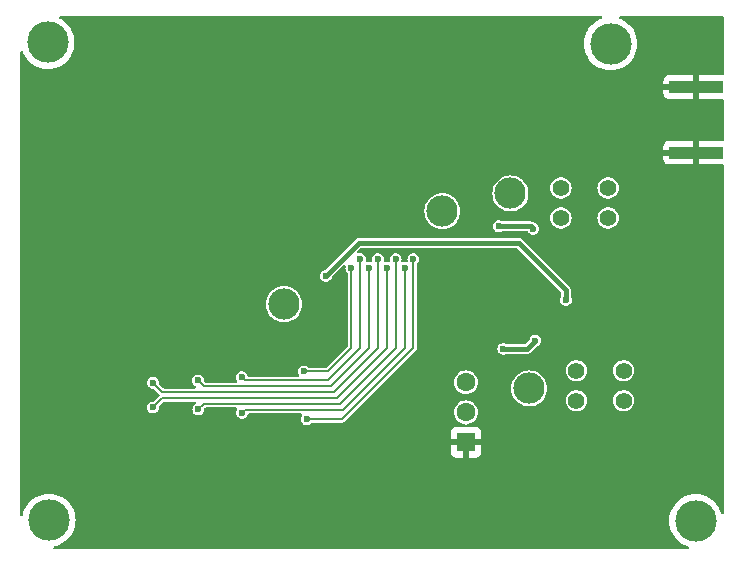
<source format=gbr>
%TF.GenerationSoftware,KiCad,Pcbnew,8.0.5*%
%TF.CreationDate,2025-05-06T08:26:28+02:00*%
%TF.ProjectId,ZED_F9P_minimal,5a45445f-4639-4505-9f6d-696e696d616c,rev?*%
%TF.SameCoordinates,Original*%
%TF.FileFunction,Copper,L2,Bot*%
%TF.FilePolarity,Positive*%
%FSLAX46Y46*%
G04 Gerber Fmt 4.6, Leading zero omitted, Abs format (unit mm)*
G04 Created by KiCad (PCBNEW 8.0.5) date 2025-05-06 08:26:28*
%MOMM*%
%LPD*%
G01*
G04 APERTURE LIST*
%TA.AperFunction,ComponentPad*%
%ADD10C,2.641600*%
%TD*%
%TA.AperFunction,ComponentPad*%
%ADD11C,1.397000*%
%TD*%
%TA.AperFunction,SMDPad,CuDef*%
%ADD12R,4.560000X1.000000*%
%TD*%
%TA.AperFunction,ComponentPad*%
%ADD13C,3.500000*%
%TD*%
%TA.AperFunction,ComponentPad*%
%ADD14R,1.599999X1.599999*%
%TD*%
%TA.AperFunction,ComponentPad*%
%ADD15C,1.599999*%
%TD*%
%TA.AperFunction,ViaPad*%
%ADD16C,0.600000*%
%TD*%
%TA.AperFunction,Conductor*%
%ADD17C,0.400000*%
%TD*%
%TA.AperFunction,Conductor*%
%ADD18C,0.200000*%
%TD*%
G04 APERTURE END LIST*
D10*
%TO.P,TP4,1,1*%
%TO.N,/3v3_puce*%
X42550000Y-43050000D03*
%TD*%
D11*
%TO.P,JP1,1,A*%
%TO.N,/3V3-IN*%
X67300000Y-51225000D03*
%TO.P,JP1,2,B*%
%TO.N,/jumper_3V_out*%
X67300000Y-48685000D03*
%TD*%
D12*
%TO.P,SMA1,SH3*%
%TO.N,GND*%
X77450000Y-24685000D03*
%TO.P,SMA1,SH4*%
X77450000Y-30225000D03*
%TD*%
D13*
%TO.P,REF,*%
%TO.N,*%
X77400000Y-61400000D03*
%TD*%
D11*
%TO.P,JP4,1,A*%
%TO.N,/5V-jumper*%
X69988850Y-33213849D03*
%TO.P,JP4,2,B*%
%TO.N,/jumper_5V_out*%
X69988850Y-35753849D03*
%TD*%
D10*
%TO.P,TP5,1,1*%
%TO.N,/5V-IN*%
X61718850Y-33677650D03*
%TD*%
D13*
%TO.P,REF,*%
%TO.N,*%
X22550000Y-20900000D03*
%TD*%
%TO.P,REF,*%
%TO.N,*%
X22650000Y-61350000D03*
%TD*%
D10*
%TO.P,TP2,1,1*%
%TO.N,/3V3-IN*%
X63300000Y-50188800D03*
%TD*%
D11*
%TO.P,JP2,1,A*%
%TO.N,/3V3-jumper*%
X71300000Y-51225000D03*
%TO.P,JP2,2,B*%
%TO.N,/jumper_3V_out*%
X71300000Y-48685000D03*
%TD*%
%TO.P,JP3,1,A*%
%TO.N,/5V-IN*%
X65988850Y-33213849D03*
%TO.P,JP3,2,B*%
%TO.N,/jumper_5V_out*%
X65988850Y-35753849D03*
%TD*%
D10*
%TO.P,TP3,1,1*%
%TO.N,/5v_antenne*%
X55950000Y-35177650D03*
%TD*%
D14*
%TO.P,LM1086IT-ADJ_NOPB1,1,GND*%
%TO.N,GND*%
X57950000Y-54740000D03*
D15*
%TO.P,LM1086IT-ADJ_NOPB1,2,OUTPUT*%
%TO.N,/pt div*%
X57950000Y-52200000D03*
%TO.P,LM1086IT-ADJ_NOPB1,3,INPUT*%
%TO.N,/12V*%
X57950000Y-49660000D03*
%TD*%
D13*
%TO.P,REF,*%
%TO.N,*%
X70200000Y-21000000D03*
%TD*%
D16*
%TO.N,/3v3_puce*%
X46085000Y-40665000D03*
X66415000Y-42700000D03*
%TO.N,GND*%
X59500000Y-47300000D03*
X74700000Y-40675000D03*
X39725000Y-56575000D03*
X49300000Y-61900000D03*
X77600000Y-28700000D03*
X60500000Y-42225000D03*
X72350000Y-26300000D03*
X77840000Y-24700000D03*
X50900000Y-56575000D03*
X52500000Y-60100000D03*
X44800000Y-47700000D03*
X57300000Y-58375000D03*
X60000000Y-37150000D03*
X42925000Y-56575000D03*
X53900000Y-23850000D03*
X77840000Y-30240000D03*
X45900000Y-42350000D03*
X31700000Y-60100000D03*
X42100000Y-20550000D03*
X54400000Y-51785000D03*
X59375000Y-34425000D03*
X54100000Y-58375000D03*
X67892198Y-46632961D03*
X41600000Y-21050000D03*
X60500000Y-59025000D03*
X54650000Y-32050000D03*
X42900000Y-60100000D03*
X66100000Y-52275000D03*
X55700000Y-58375000D03*
X68600000Y-26300000D03*
X49300000Y-60100000D03*
X23100000Y-29950000D03*
X44525000Y-56575000D03*
X41300000Y-58400000D03*
X72650000Y-45275000D03*
X57375000Y-36600000D03*
X30100000Y-57700000D03*
X47350000Y-41800000D03*
X43925000Y-19525000D03*
X34900000Y-60100000D03*
X52500000Y-58400000D03*
X50400000Y-26150000D03*
X54100000Y-56550000D03*
X46925000Y-19525000D03*
X61550000Y-37150000D03*
X58850000Y-46250000D03*
X56050000Y-47250000D03*
X48425000Y-19525000D03*
X44675000Y-22000000D03*
X46925000Y-22000000D03*
X76100000Y-28700000D03*
X47721324Y-53750000D03*
X31700000Y-60100000D03*
X58975000Y-31775000D03*
X64100000Y-26300000D03*
X74700000Y-36075000D03*
X58900000Y-58075000D03*
X67800000Y-43150000D03*
X57875000Y-48055000D03*
X57400000Y-24000000D03*
X53800000Y-47700000D03*
X44500000Y-61900000D03*
X73850000Y-28700000D03*
X72650000Y-40675000D03*
X25800000Y-56400000D03*
X27750000Y-56475000D03*
X62200000Y-57375000D03*
X51425000Y-19525000D03*
X63800000Y-58425000D03*
X56270000Y-49805000D03*
X57375000Y-33725000D03*
X54150000Y-20750000D03*
X46175000Y-19525000D03*
X52550000Y-28450000D03*
X44700000Y-40700000D03*
X26325000Y-59175000D03*
X58900000Y-61875000D03*
X57300000Y-60075000D03*
X36500000Y-60100000D03*
X73725000Y-33075000D03*
X68350000Y-52225000D03*
X30100000Y-56275000D03*
X56610000Y-48505000D03*
X74225000Y-53475000D03*
X78590000Y-30240000D03*
X22000000Y-32250000D03*
X52175000Y-19525000D03*
X64875000Y-32200000D03*
X71600000Y-26300000D03*
X55610000Y-52945000D03*
X55500000Y-25450000D03*
X63125000Y-37475000D03*
X65600000Y-26300000D03*
X45425000Y-19525000D03*
X25800000Y-57825000D03*
X47350000Y-42800000D03*
X66200000Y-49875000D03*
X47350000Y-43850000D03*
X54700000Y-21300000D03*
X54525000Y-36600000D03*
X72350000Y-28700000D03*
X54100000Y-58375000D03*
X75590000Y-24700000D03*
X62200000Y-60075000D03*
X76340000Y-24700000D03*
X44900000Y-53900000D03*
X72650000Y-47625000D03*
X46100000Y-56575000D03*
X74700000Y-42975000D03*
X58500000Y-25100000D03*
X61100000Y-26300000D03*
X60350000Y-26300000D03*
X60725000Y-38750000D03*
X53000000Y-19650000D03*
X73225000Y-54450000D03*
X39200000Y-42150000D03*
X42900000Y-58400000D03*
X61850000Y-26300000D03*
X46275000Y-22975000D03*
X55800000Y-22400000D03*
X69600000Y-54025000D03*
X65350000Y-54225000D03*
X41050000Y-21550000D03*
X67100000Y-26300000D03*
X58500000Y-28550000D03*
X45200000Y-43100000D03*
X71375000Y-53300000D03*
X74700000Y-49875000D03*
X59500000Y-52725000D03*
X67750000Y-41500000D03*
X59600000Y-26200000D03*
X40200000Y-42150000D03*
X72650000Y-52175000D03*
X55700000Y-60075000D03*
X42650000Y-20000000D03*
X31700000Y-58400000D03*
X55700000Y-56550000D03*
X44675000Y-19525000D03*
X43975000Y-41625000D03*
X56600000Y-26550000D03*
X51600000Y-30940000D03*
X70850000Y-26300000D03*
X50900000Y-61900000D03*
X55050000Y-40050000D03*
X59525000Y-49675000D03*
X72650000Y-49875000D03*
X64850000Y-26300000D03*
X30100000Y-61900000D03*
X28675000Y-61525000D03*
X79340000Y-24700000D03*
X57825000Y-30550000D03*
X64750000Y-51625000D03*
X40150000Y-43900000D03*
X46100000Y-61900000D03*
X27100000Y-39000000D03*
X34200000Y-41500000D03*
X73100000Y-26300000D03*
X78350000Y-28700000D03*
X64100000Y-28700000D03*
X47900000Y-28850000D03*
X70200000Y-49875000D03*
X43175000Y-19500000D03*
X47675000Y-22000000D03*
X27525000Y-60375000D03*
X51425000Y-22000000D03*
X73850000Y-26300000D03*
X56300000Y-22950000D03*
X71050000Y-34475000D03*
X69100000Y-41500000D03*
X38100000Y-60100000D03*
X63175000Y-35125000D03*
X73100000Y-28700000D03*
X49300000Y-28900000D03*
X34900000Y-61900000D03*
X54575000Y-33750000D03*
X70275000Y-41500000D03*
X22050000Y-34900000D03*
X74700000Y-47575000D03*
X60275000Y-32225000D03*
X47350000Y-40800000D03*
X54622429Y-28943753D03*
X41300000Y-60100000D03*
X49000000Y-26150000D03*
X56850000Y-23450000D03*
X55000000Y-24900000D03*
X71125000Y-32225000D03*
X26878964Y-22995703D03*
X60500000Y-61875000D03*
X65600000Y-28700000D03*
X49900000Y-30900000D03*
X36500000Y-58400000D03*
X46175000Y-22000000D03*
X78590000Y-24700000D03*
X72650000Y-38375000D03*
X59400000Y-33025000D03*
X52500000Y-58400000D03*
X63350000Y-28700000D03*
X33300000Y-58400000D03*
X55700000Y-58375000D03*
X52500000Y-56600000D03*
X65225000Y-44850000D03*
X45400000Y-40000000D03*
X48050000Y-30920000D03*
X71600000Y-28700000D03*
X33300000Y-60100000D03*
X61850000Y-48725000D03*
X46350000Y-53900000D03*
X77090000Y-24700000D03*
X63800000Y-55775000D03*
X67050000Y-32175000D03*
X53050000Y-26200000D03*
X70100000Y-28700000D03*
X54100000Y-61875000D03*
X39700000Y-60100000D03*
X50900000Y-60100000D03*
X41150000Y-41625000D03*
X46850000Y-46700000D03*
X73850000Y-26300000D03*
X71700000Y-55875000D03*
X54300000Y-27350000D03*
X49175000Y-22000000D03*
X74700000Y-45275000D03*
X25700000Y-39075000D03*
X47700000Y-58400000D03*
X60350000Y-28700000D03*
X70850000Y-28700000D03*
X57600000Y-46800000D03*
X51650000Y-27250000D03*
X31700000Y-58400000D03*
X57300000Y-58375000D03*
X64800000Y-48725000D03*
X55200000Y-42550000D03*
X67850000Y-26300000D03*
X52500000Y-61900000D03*
X68600000Y-28700000D03*
X35250000Y-43250000D03*
X68350000Y-49875000D03*
X64875000Y-36750000D03*
X75350000Y-26300000D03*
X46325000Y-38850000D03*
X57950000Y-24550000D03*
X30100000Y-61900000D03*
X67000000Y-34475000D03*
X31700000Y-61900000D03*
X69075000Y-43150000D03*
X63700000Y-53175000D03*
X46650000Y-41600000D03*
X41300000Y-61900000D03*
X65160000Y-39265000D03*
X41100000Y-44450000D03*
X75350000Y-28700000D03*
X63350000Y-26300000D03*
X48900000Y-52650000D03*
X37150000Y-43900000D03*
X36500000Y-61900000D03*
X36450000Y-40250000D03*
X52950000Y-48650000D03*
X47350000Y-44800000D03*
X56050000Y-26000000D03*
X57950000Y-28000000D03*
X50675000Y-22000000D03*
X78350000Y-26300000D03*
X70100000Y-26300000D03*
X42900000Y-61900000D03*
X60275000Y-35125000D03*
X44000000Y-44475000D03*
X56790000Y-50945000D03*
X60500000Y-56475000D03*
X36150000Y-43900000D03*
X74700000Y-34500000D03*
X74600000Y-26300000D03*
X46100000Y-60100000D03*
X54450000Y-24400000D03*
X65275000Y-43350000D03*
X47900000Y-24500000D03*
X59050000Y-25650000D03*
X60200000Y-46250000D03*
X67850000Y-28700000D03*
X28850000Y-59100000D03*
X45425000Y-22000000D03*
X48425000Y-22000000D03*
X64570000Y-41295000D03*
X66350000Y-28700000D03*
X64180000Y-38415000D03*
X49300000Y-58400000D03*
X51750000Y-24900000D03*
X47700000Y-56575000D03*
X30100000Y-60100000D03*
X69350000Y-28700000D03*
X76340000Y-30240000D03*
X50675000Y-19525000D03*
X44050000Y-54750000D03*
X72650000Y-42975000D03*
X58500000Y-36775000D03*
X49925000Y-19525000D03*
X62600000Y-26300000D03*
X34250000Y-43250000D03*
X65600000Y-28700000D03*
X76850000Y-28700000D03*
X49300000Y-56575000D03*
X47750000Y-26150000D03*
X49925000Y-22000000D03*
X47350000Y-45800000D03*
X69600000Y-55875000D03*
X39700000Y-58400000D03*
X67425000Y-55875000D03*
X58900000Y-60075000D03*
X64850000Y-28700000D03*
X60750000Y-40375000D03*
X68800000Y-32175000D03*
X63690000Y-42175000D03*
X69350000Y-26300000D03*
X47700000Y-61900000D03*
X47675000Y-19525000D03*
X54210000Y-50155000D03*
X65350000Y-56725000D03*
X44500000Y-60100000D03*
X33300000Y-61900000D03*
X64875000Y-34475000D03*
X57650000Y-42450000D03*
X54644614Y-30430194D03*
X68560000Y-38105000D03*
X57300000Y-61875000D03*
X34850000Y-40250000D03*
X74700000Y-38375000D03*
X77090000Y-30240000D03*
X54250000Y-38566500D03*
X62600000Y-28700000D03*
X53550000Y-20250000D03*
X76850000Y-26300000D03*
X22150000Y-37100000D03*
X66200000Y-47725000D03*
X79340000Y-30240000D03*
X27750000Y-57900000D03*
X39150000Y-43900000D03*
X71100000Y-36775000D03*
X59200000Y-48450000D03*
X72450000Y-32250000D03*
X44900000Y-22975000D03*
X51900000Y-49700000D03*
X77600000Y-26300000D03*
X55700000Y-61875000D03*
X53350000Y-23300000D03*
X38100000Y-61900000D03*
X55250000Y-21850000D03*
X46100000Y-58400000D03*
X50900000Y-58400000D03*
X74700000Y-52175000D03*
X67100000Y-28700000D03*
X75590000Y-30240000D03*
X50950000Y-28900000D03*
X47850000Y-27550000D03*
X54100000Y-60075000D03*
X73850000Y-28700000D03*
X25500000Y-22975000D03*
X38150000Y-43900000D03*
X60650000Y-44275000D03*
X67425000Y-54025000D03*
X63640000Y-40345000D03*
X44850000Y-38825000D03*
X61870000Y-51575000D03*
X76100000Y-26300000D03*
X58150000Y-38600000D03*
X52750000Y-22700000D03*
X62200000Y-54575000D03*
X66350000Y-26300000D03*
X50950000Y-50750000D03*
X63175000Y-32225000D03*
X72650000Y-49875000D03*
X34900000Y-58400000D03*
X63575000Y-44850000D03*
X70900000Y-37925000D03*
X39700000Y-61900000D03*
X50000000Y-51650000D03*
X52150000Y-22200000D03*
X49175000Y-19525000D03*
X44500000Y-58400000D03*
X47700000Y-60100000D03*
X38100000Y-58400000D03*
X57300000Y-56550000D03*
X49800000Y-24450000D03*
X68800000Y-34475000D03*
X74600000Y-28700000D03*
X72650000Y-36075000D03*
X64950000Y-46500000D03*
X72340000Y-34555000D03*
X46100000Y-47700000D03*
X72650000Y-52175000D03*
%TO.N,/I{slash}O *%
X35262500Y-49512500D03*
X49750000Y-40000000D03*
%TO.N,/UART_RX*%
X38987500Y-49237500D03*
X49000000Y-39250000D03*
%TO.N,/I{slash}O_CLK_SELECT*%
X50500000Y-39250000D03*
X31462500Y-49712500D03*
%TO.N,/O_TX_STATE*%
X31450000Y-51800000D03*
X51250000Y-40000000D03*
%TO.N,/UART_TX*%
X48250000Y-40000000D03*
X44250000Y-48750000D03*
%TO.N,/I_D_Sel*%
X35287500Y-51962500D03*
X52000000Y-39250000D03*
%TO.N,/I_RESET*%
X52750000Y-40000000D03*
X39000000Y-52250000D03*
%TO.N,/TIMER*%
X44462500Y-52787500D03*
X53500000Y-39250000D03*
%TO.N,/12V*%
X63821900Y-46146900D03*
X61121900Y-46846900D03*
%TO.N,/5v_antenne*%
X63650000Y-36675000D03*
X60725000Y-36450000D03*
%TD*%
D17*
%TO.N,/3v3_puce*%
X66415000Y-41865000D02*
X66415000Y-42700000D01*
X62416500Y-37866500D02*
X66415000Y-41865000D01*
X48883500Y-37866500D02*
X62416500Y-37866500D01*
X46085000Y-40665000D02*
X48883500Y-37866500D01*
D18*
%TO.N,/I{slash}O *%
X35750000Y-50000000D02*
X35262500Y-49512500D01*
X49750000Y-40000000D02*
X49750000Y-46750000D01*
X49750000Y-46750000D02*
X46500000Y-50000000D01*
X46500000Y-50000000D02*
X35750000Y-50000000D01*
%TO.N,/UART_RX*%
X39250000Y-49500000D02*
X38987500Y-49237500D01*
X49000000Y-39250000D02*
X49000000Y-46750000D01*
X46250000Y-49500000D02*
X39250000Y-49500000D01*
X49000000Y-46750000D02*
X46250000Y-49500000D01*
%TO.N,/I{slash}O_CLK_SELECT*%
X50500000Y-46750000D02*
X46750000Y-50500000D01*
X50500000Y-39250000D02*
X50500000Y-46750000D01*
X32250000Y-50500000D02*
X31462500Y-49712500D01*
X46750000Y-50500000D02*
X32250000Y-50500000D01*
%TO.N,/O_TX_STATE*%
X47000000Y-51000000D02*
X32250000Y-51000000D01*
X51250000Y-46750000D02*
X47000000Y-51000000D01*
X32250000Y-51000000D02*
X31450000Y-51800000D01*
X51250000Y-40000000D02*
X51250000Y-46750000D01*
%TO.N,/UART_TX*%
X48250000Y-40000000D02*
X48250000Y-46750000D01*
X48250000Y-46750000D02*
X46250000Y-48750000D01*
X46250000Y-48750000D02*
X44250000Y-48750000D01*
%TO.N,/I_D_Sel*%
X47250000Y-51500000D02*
X35750000Y-51500000D01*
X35750000Y-51500000D02*
X35287500Y-51962500D01*
X52000000Y-39250000D02*
X52000000Y-46750000D01*
X52000000Y-46750000D02*
X47250000Y-51500000D01*
%TO.N,/I_RESET*%
X47500000Y-52000000D02*
X39250000Y-52000000D01*
X39250000Y-52000000D02*
X39000000Y-52250000D01*
X52750000Y-46750000D02*
X47500000Y-52000000D01*
X52750000Y-40000000D02*
X52750000Y-46750000D01*
%TO.N,/TIMER*%
X47462500Y-52787500D02*
X44462500Y-52787500D01*
X53500000Y-39250000D02*
X53500000Y-46750000D01*
X53500000Y-46750000D02*
X47462500Y-52787500D01*
D17*
%TO.N,/12V*%
X63821900Y-46146900D02*
X63121900Y-46846900D01*
X63121900Y-46846900D02*
X61121900Y-46846900D01*
%TO.N,/5v_antenne*%
X63425000Y-36450000D02*
X60725000Y-36450000D01*
X63650000Y-36675000D02*
X63425000Y-36450000D01*
%TD*%
%TA.AperFunction,Conductor*%
%TO.N,GND*%
G36*
X69436068Y-18670185D02*
G01*
X69481823Y-18722989D01*
X69491767Y-18792147D01*
X69462742Y-18855703D01*
X69408888Y-18891919D01*
X69336919Y-18916349D01*
X69072334Y-19046828D01*
X68827041Y-19210728D01*
X68605241Y-19405241D01*
X68410728Y-19627041D01*
X68246828Y-19872334D01*
X68116349Y-20136919D01*
X68021521Y-20416269D01*
X68021518Y-20416283D01*
X67963968Y-20705609D01*
X67963964Y-20705636D01*
X67944671Y-20999992D01*
X67944671Y-21000007D01*
X67963964Y-21294363D01*
X67963965Y-21294373D01*
X67963966Y-21294380D01*
X67963968Y-21294390D01*
X68021518Y-21583716D01*
X68021521Y-21583730D01*
X68116349Y-21863080D01*
X68246825Y-22127660D01*
X68246829Y-22127667D01*
X68410725Y-22372955D01*
X68605241Y-22594758D01*
X68827044Y-22789274D01*
X69072332Y-22953170D01*
X69072335Y-22953172D01*
X69336923Y-23083652D01*
X69616278Y-23178481D01*
X69905620Y-23236034D01*
X69933888Y-23237886D01*
X70199993Y-23255329D01*
X70200000Y-23255329D01*
X70200007Y-23255329D01*
X70435675Y-23239881D01*
X70494380Y-23236034D01*
X70783722Y-23178481D01*
X71063077Y-23083652D01*
X71327665Y-22953172D01*
X71572957Y-22789273D01*
X71794758Y-22594758D01*
X71989273Y-22372957D01*
X72153172Y-22127665D01*
X72283652Y-21863077D01*
X72378481Y-21583722D01*
X72436034Y-21294380D01*
X72442588Y-21194390D01*
X72455329Y-21000007D01*
X72455329Y-20999992D01*
X72436035Y-20705636D01*
X72436034Y-20705620D01*
X72378481Y-20416278D01*
X72283652Y-20136923D01*
X72153172Y-19872336D01*
X71989273Y-19627043D01*
X71901575Y-19527043D01*
X71794758Y-19405241D01*
X71572955Y-19210725D01*
X71327667Y-19046829D01*
X71327660Y-19046825D01*
X71063080Y-18916349D01*
X70991112Y-18891919D01*
X70933958Y-18851730D01*
X70907605Y-18787021D01*
X70920419Y-18718336D01*
X70968334Y-18667483D01*
X71030971Y-18650500D01*
X79675500Y-18650500D01*
X79742539Y-18670185D01*
X79788294Y-18722989D01*
X79799500Y-18774500D01*
X79799500Y-23561000D01*
X79779815Y-23628039D01*
X79727011Y-23673794D01*
X79675500Y-23685000D01*
X77700000Y-23685000D01*
X77700000Y-25685000D01*
X79675500Y-25685000D01*
X79742539Y-25704685D01*
X79788294Y-25757489D01*
X79799500Y-25809000D01*
X79799500Y-29101000D01*
X79779815Y-29168039D01*
X79727011Y-29213794D01*
X79675500Y-29225000D01*
X77700000Y-29225000D01*
X77700000Y-31225000D01*
X79675500Y-31225000D01*
X79742539Y-31244685D01*
X79788294Y-31297489D01*
X79799500Y-31349000D01*
X79799500Y-60716322D01*
X79779815Y-60783361D01*
X79727011Y-60829116D01*
X79657853Y-60839060D01*
X79594297Y-60810035D01*
X79558081Y-60756181D01*
X79532062Y-60679534D01*
X79483652Y-60536923D01*
X79353172Y-60272336D01*
X79189273Y-60027043D01*
X79145422Y-59977041D01*
X78994758Y-59805241D01*
X78772955Y-59610725D01*
X78527667Y-59446829D01*
X78527660Y-59446825D01*
X78263080Y-59316349D01*
X77983730Y-59221521D01*
X77983724Y-59221519D01*
X77983722Y-59221519D01*
X77694380Y-59163966D01*
X77694373Y-59163965D01*
X77694363Y-59163964D01*
X77400007Y-59144671D01*
X77399993Y-59144671D01*
X77105636Y-59163964D01*
X77105624Y-59163965D01*
X77105620Y-59163966D01*
X77105612Y-59163967D01*
X77105609Y-59163968D01*
X76816283Y-59221518D01*
X76816269Y-59221521D01*
X76536919Y-59316349D01*
X76272334Y-59446828D01*
X76027041Y-59610728D01*
X75805241Y-59805241D01*
X75610728Y-60027041D01*
X75446828Y-60272334D01*
X75316349Y-60536919D01*
X75221521Y-60816269D01*
X75221518Y-60816283D01*
X75163968Y-61105609D01*
X75163964Y-61105636D01*
X75144671Y-61399992D01*
X75144671Y-61400007D01*
X75163964Y-61694363D01*
X75163965Y-61694373D01*
X75163966Y-61694380D01*
X75163968Y-61694390D01*
X75221518Y-61983716D01*
X75221521Y-61983730D01*
X75316349Y-62263080D01*
X75446825Y-62527660D01*
X75446829Y-62527667D01*
X75610725Y-62772955D01*
X75805241Y-62994758D01*
X75970029Y-63139273D01*
X76027043Y-63189273D01*
X76272335Y-63353172D01*
X76536923Y-63483652D01*
X76743815Y-63553883D01*
X76756182Y-63558081D01*
X76813336Y-63598270D01*
X76839689Y-63662979D01*
X76826875Y-63731664D01*
X76778961Y-63782517D01*
X76716323Y-63799500D01*
X23130207Y-63799500D01*
X23063168Y-63779815D01*
X23017413Y-63727011D01*
X23007469Y-63657853D01*
X23036494Y-63594297D01*
X23095272Y-63556523D01*
X23106016Y-63553883D01*
X23106775Y-63553731D01*
X23233722Y-63528481D01*
X23513077Y-63433652D01*
X23777665Y-63303172D01*
X24022957Y-63139273D01*
X24244758Y-62944758D01*
X24439273Y-62722957D01*
X24603172Y-62477665D01*
X24733652Y-62213077D01*
X24828481Y-61933722D01*
X24886034Y-61644380D01*
X24889881Y-61585675D01*
X24905329Y-61350007D01*
X24905329Y-61349992D01*
X24886035Y-61055636D01*
X24886034Y-61055620D01*
X24828481Y-60766278D01*
X24733652Y-60486923D01*
X24603172Y-60222336D01*
X24439273Y-59977043D01*
X24396655Y-59928447D01*
X24244758Y-59755241D01*
X24022955Y-59560725D01*
X23777667Y-59396829D01*
X23777660Y-59396825D01*
X23513080Y-59266349D01*
X23233730Y-59171521D01*
X23233724Y-59171519D01*
X23233722Y-59171519D01*
X22944380Y-59113966D01*
X22944373Y-59113965D01*
X22944363Y-59113964D01*
X22650007Y-59094671D01*
X22649993Y-59094671D01*
X22355636Y-59113964D01*
X22355624Y-59113965D01*
X22355620Y-59113966D01*
X22355612Y-59113967D01*
X22355609Y-59113968D01*
X22066283Y-59171518D01*
X22066269Y-59171521D01*
X21786919Y-59266349D01*
X21522334Y-59396828D01*
X21277041Y-59560728D01*
X21055241Y-59755241D01*
X20860728Y-59977041D01*
X20696828Y-60222334D01*
X20566349Y-60486919D01*
X20471521Y-60766269D01*
X20471518Y-60766283D01*
X20446117Y-60893984D01*
X20413732Y-60955895D01*
X20353017Y-60990469D01*
X20283247Y-60986730D01*
X20226575Y-60945864D01*
X20200994Y-60880845D01*
X20200500Y-60869793D01*
X20200500Y-53892155D01*
X56650000Y-53892155D01*
X56650000Y-54490000D01*
X57516987Y-54490000D01*
X57484074Y-54547007D01*
X57449999Y-54674174D01*
X57449999Y-54805826D01*
X57484074Y-54932993D01*
X57516987Y-54990000D01*
X56650000Y-54990000D01*
X56650000Y-55587844D01*
X56656401Y-55647372D01*
X56656403Y-55647379D01*
X56706645Y-55782086D01*
X56706649Y-55782093D01*
X56792809Y-55897187D01*
X56792812Y-55897190D01*
X56907906Y-55983350D01*
X56907913Y-55983354D01*
X57042620Y-56033596D01*
X57042627Y-56033598D01*
X57102155Y-56039999D01*
X57102172Y-56040000D01*
X57700000Y-56040000D01*
X57700000Y-55173013D01*
X57757007Y-55205926D01*
X57884174Y-55240001D01*
X58015826Y-55240001D01*
X58142993Y-55205926D01*
X58200000Y-55173013D01*
X58200000Y-56040000D01*
X58797828Y-56040000D01*
X58797844Y-56039999D01*
X58857372Y-56033598D01*
X58857379Y-56033596D01*
X58992086Y-55983354D01*
X58992093Y-55983350D01*
X59107187Y-55897190D01*
X59107190Y-55897187D01*
X59193350Y-55782093D01*
X59193354Y-55782086D01*
X59243596Y-55647379D01*
X59243598Y-55647372D01*
X59249999Y-55587844D01*
X59250000Y-55587827D01*
X59250000Y-54990000D01*
X58383013Y-54990000D01*
X58415926Y-54932993D01*
X58450001Y-54805826D01*
X58450001Y-54674174D01*
X58415926Y-54547007D01*
X58383013Y-54490000D01*
X59250000Y-54490000D01*
X59250000Y-53892172D01*
X59249999Y-53892155D01*
X59243598Y-53832627D01*
X59243596Y-53832620D01*
X59193354Y-53697913D01*
X59193350Y-53697906D01*
X59107190Y-53582812D01*
X59107187Y-53582809D01*
X58992093Y-53496649D01*
X58992086Y-53496645D01*
X58857379Y-53446403D01*
X58857372Y-53446401D01*
X58797844Y-53440000D01*
X58091538Y-53440000D01*
X58024499Y-53420315D01*
X57978744Y-53367511D01*
X57968800Y-53298353D01*
X57997825Y-53234797D01*
X58056603Y-53197023D01*
X58079384Y-53192597D01*
X58080126Y-53192523D01*
X58146132Y-53186023D01*
X58334727Y-53128813D01*
X58508537Y-53035910D01*
X58660883Y-52910883D01*
X58785910Y-52758537D01*
X58878813Y-52584727D01*
X58936023Y-52396132D01*
X58955340Y-52200000D01*
X58936023Y-52003868D01*
X58878813Y-51815273D01*
X58870917Y-51800500D01*
X58785911Y-51641464D01*
X58785909Y-51641461D01*
X58660883Y-51489116D01*
X58508538Y-51364090D01*
X58508535Y-51364088D01*
X58334732Y-51271189D01*
X58334729Y-51271188D01*
X58334727Y-51271187D01*
X58146132Y-51213977D01*
X58146129Y-51213976D01*
X57950000Y-51194660D01*
X57753870Y-51213976D01*
X57624462Y-51253232D01*
X57565273Y-51271187D01*
X57565272Y-51271187D01*
X57565267Y-51271189D01*
X57391464Y-51364088D01*
X57391461Y-51364090D01*
X57239116Y-51489116D01*
X57114090Y-51641461D01*
X57114088Y-51641464D01*
X57021189Y-51815267D01*
X57021187Y-51815272D01*
X57021187Y-51815273D01*
X57011239Y-51848067D01*
X56963976Y-52003870D01*
X56944660Y-52200000D01*
X56963976Y-52396129D01*
X56963977Y-52396132D01*
X57002575Y-52523373D01*
X57021189Y-52584732D01*
X57114088Y-52758535D01*
X57114090Y-52758538D01*
X57239116Y-52910883D01*
X57391461Y-53035909D01*
X57391464Y-53035911D01*
X57498314Y-53093023D01*
X57565273Y-53128813D01*
X57753868Y-53186023D01*
X57819508Y-53192487D01*
X57820616Y-53192597D01*
X57885403Y-53218758D01*
X57925762Y-53275792D01*
X57928879Y-53345592D01*
X57893765Y-53405997D01*
X57831567Y-53437828D01*
X57808462Y-53440000D01*
X57102155Y-53440000D01*
X57042627Y-53446401D01*
X57042620Y-53446403D01*
X56907913Y-53496645D01*
X56907906Y-53496649D01*
X56792812Y-53582809D01*
X56792809Y-53582812D01*
X56706649Y-53697906D01*
X56706645Y-53697913D01*
X56656403Y-53832620D01*
X56656401Y-53832627D01*
X56650000Y-53892155D01*
X20200500Y-53892155D01*
X20200500Y-51800000D01*
X30944353Y-51800000D01*
X30964834Y-51942456D01*
X30994697Y-52007845D01*
X31024623Y-52073373D01*
X31118872Y-52182143D01*
X31239947Y-52259953D01*
X31239950Y-52259954D01*
X31239949Y-52259954D01*
X31378036Y-52300499D01*
X31378038Y-52300500D01*
X31378039Y-52300500D01*
X31521962Y-52300500D01*
X31521962Y-52300499D01*
X31660053Y-52259953D01*
X31781128Y-52182143D01*
X31875377Y-52073373D01*
X31935165Y-51942457D01*
X31955647Y-51800000D01*
X31954339Y-51790905D01*
X31964279Y-51721749D01*
X31989392Y-51685577D01*
X32338152Y-51336819D01*
X32399475Y-51303334D01*
X32425833Y-51300500D01*
X34969533Y-51300500D01*
X35036572Y-51320185D01*
X35082327Y-51372989D01*
X35092271Y-51442147D01*
X35063246Y-51505703D01*
X35036572Y-51528816D01*
X34956373Y-51580356D01*
X34862123Y-51689126D01*
X34862122Y-51689128D01*
X34802334Y-51820043D01*
X34781853Y-51962500D01*
X34802334Y-52104956D01*
X34837585Y-52182143D01*
X34862123Y-52235873D01*
X34956372Y-52344643D01*
X35077447Y-52422453D01*
X35077450Y-52422454D01*
X35077449Y-52422454D01*
X35215536Y-52462999D01*
X35215538Y-52463000D01*
X35215539Y-52463000D01*
X35359462Y-52463000D01*
X35359462Y-52462999D01*
X35497553Y-52422453D01*
X35618628Y-52344643D01*
X35712877Y-52235873D01*
X35772665Y-52104957D01*
X35793147Y-51962500D01*
X35791839Y-51953406D01*
X35801779Y-51884250D01*
X35826903Y-51848067D01*
X35838161Y-51836811D01*
X35899487Y-51803331D01*
X35925834Y-51800500D01*
X38462110Y-51800500D01*
X38529149Y-51820185D01*
X38574904Y-51872989D01*
X38584848Y-51942147D01*
X38574904Y-51976012D01*
X38514834Y-52107543D01*
X38494353Y-52250000D01*
X38514834Y-52392456D01*
X38528534Y-52422454D01*
X38574623Y-52523373D01*
X38668872Y-52632143D01*
X38789947Y-52709953D01*
X38789950Y-52709954D01*
X38789949Y-52709954D01*
X38928036Y-52750499D01*
X38928038Y-52750500D01*
X38928039Y-52750500D01*
X39071962Y-52750500D01*
X39071962Y-52750499D01*
X39210053Y-52709953D01*
X39331128Y-52632143D01*
X39425377Y-52523373D01*
X39485165Y-52392457D01*
X39485165Y-52392450D01*
X39486015Y-52389562D01*
X39487645Y-52387024D01*
X39488849Y-52384390D01*
X39489227Y-52384563D01*
X39523791Y-52330785D01*
X39587348Y-52301762D01*
X39604991Y-52300500D01*
X43950710Y-52300500D01*
X44017749Y-52320185D01*
X44063504Y-52372989D01*
X44073448Y-52442147D01*
X44044423Y-52505701D01*
X44044422Y-52505704D01*
X44037123Y-52514127D01*
X44037122Y-52514128D01*
X43977334Y-52645043D01*
X43956853Y-52787500D01*
X43977334Y-52929956D01*
X44025723Y-53035911D01*
X44037123Y-53060873D01*
X44131372Y-53169643D01*
X44252447Y-53247453D01*
X44252450Y-53247454D01*
X44252449Y-53247454D01*
X44390536Y-53287999D01*
X44390538Y-53288000D01*
X44390539Y-53288000D01*
X44534462Y-53288000D01*
X44534462Y-53287999D01*
X44672553Y-53247453D01*
X44793628Y-53169643D01*
X44827288Y-53130796D01*
X44886067Y-53093023D01*
X44921001Y-53088000D01*
X47502060Y-53088000D01*
X47502062Y-53088000D01*
X47578489Y-53067521D01*
X47647011Y-53027960D01*
X47702960Y-52972011D01*
X51014971Y-49660000D01*
X56944660Y-49660000D01*
X56963976Y-49856129D01*
X57021189Y-50044732D01*
X57114088Y-50218535D01*
X57114090Y-50218538D01*
X57239116Y-50370883D01*
X57391461Y-50495909D01*
X57391464Y-50495911D01*
X57498707Y-50553233D01*
X57565273Y-50588813D01*
X57753868Y-50646023D01*
X57950000Y-50665340D01*
X58146132Y-50646023D01*
X58334727Y-50588813D01*
X58508537Y-50495910D01*
X58660883Y-50370883D01*
X58785910Y-50218537D01*
X58801805Y-50188800D01*
X61773996Y-50188800D01*
X61792784Y-50427523D01*
X61848684Y-50660362D01*
X61848684Y-50660364D01*
X61940317Y-50881587D01*
X61940319Y-50881590D01*
X62065433Y-51085757D01*
X62065434Y-51085760D01*
X62065437Y-51085763D01*
X62220952Y-51267848D01*
X62333635Y-51364088D01*
X62403039Y-51423365D01*
X62403042Y-51423366D01*
X62607209Y-51548480D01*
X62607212Y-51548482D01*
X62828436Y-51640115D01*
X62828437Y-51640115D01*
X62828439Y-51640116D01*
X63061280Y-51696016D01*
X63300000Y-51714804D01*
X63538720Y-51696016D01*
X63771561Y-51640116D01*
X63771563Y-51640115D01*
X63771564Y-51640115D01*
X63992787Y-51548482D01*
X63992788Y-51548481D01*
X63992791Y-51548480D01*
X64196963Y-51423363D01*
X64379048Y-51267848D01*
X64415644Y-51225000D01*
X66396048Y-51225000D01*
X66415802Y-51412943D01*
X66415803Y-51412946D01*
X66474199Y-51592671D01*
X66474200Y-51592673D01*
X66568684Y-51756326D01*
X66568685Y-51756328D01*
X66568687Y-51756330D01*
X66695138Y-51896767D01*
X66695141Y-51896769D01*
X66848019Y-52007842D01*
X66848020Y-52007842D01*
X66848024Y-52007845D01*
X66988817Y-52070530D01*
X67020658Y-52084707D01*
X67020663Y-52084709D01*
X67205511Y-52124000D01*
X67394489Y-52124000D01*
X67579337Y-52084709D01*
X67751976Y-52007845D01*
X67904862Y-51896767D01*
X68031313Y-51756330D01*
X68125801Y-51592670D01*
X68184198Y-51412942D01*
X68203952Y-51225000D01*
X70396048Y-51225000D01*
X70415802Y-51412943D01*
X70415803Y-51412946D01*
X70474199Y-51592671D01*
X70474200Y-51592673D01*
X70568684Y-51756326D01*
X70568685Y-51756328D01*
X70568687Y-51756330D01*
X70695138Y-51896767D01*
X70695141Y-51896769D01*
X70848019Y-52007842D01*
X70848020Y-52007842D01*
X70848024Y-52007845D01*
X70988817Y-52070530D01*
X71020658Y-52084707D01*
X71020663Y-52084709D01*
X71205511Y-52124000D01*
X71394489Y-52124000D01*
X71579337Y-52084709D01*
X71751976Y-52007845D01*
X71904862Y-51896767D01*
X72031313Y-51756330D01*
X72125801Y-51592670D01*
X72184198Y-51412942D01*
X72203952Y-51225000D01*
X72184198Y-51037058D01*
X72125801Y-50857330D01*
X72114456Y-50837680D01*
X72031315Y-50693673D01*
X72031314Y-50693672D01*
X72031313Y-50693670D01*
X71904862Y-50553233D01*
X71904858Y-50553230D01*
X71751980Y-50442157D01*
X71751977Y-50442155D01*
X71751976Y-50442155D01*
X71689289Y-50414245D01*
X71579341Y-50365292D01*
X71579336Y-50365290D01*
X71394489Y-50326000D01*
X71205511Y-50326000D01*
X71020663Y-50365290D01*
X71020658Y-50365292D01*
X70848024Y-50442155D01*
X70848019Y-50442157D01*
X70695141Y-50553230D01*
X70695138Y-50553232D01*
X70695138Y-50553233D01*
X70631912Y-50623451D01*
X70568684Y-50693673D01*
X70474200Y-50857326D01*
X70474199Y-50857328D01*
X70415803Y-51037053D01*
X70415802Y-51037056D01*
X70396048Y-51225000D01*
X68203952Y-51225000D01*
X68184198Y-51037058D01*
X68125801Y-50857330D01*
X68114456Y-50837680D01*
X68031315Y-50693673D01*
X68031314Y-50693672D01*
X68031313Y-50693670D01*
X67904862Y-50553233D01*
X67904858Y-50553230D01*
X67751980Y-50442157D01*
X67751977Y-50442155D01*
X67751976Y-50442155D01*
X67689289Y-50414245D01*
X67579341Y-50365292D01*
X67579336Y-50365290D01*
X67394489Y-50326000D01*
X67205511Y-50326000D01*
X67020663Y-50365290D01*
X67020658Y-50365292D01*
X66848024Y-50442155D01*
X66848019Y-50442157D01*
X66695141Y-50553230D01*
X66695138Y-50553232D01*
X66695138Y-50553233D01*
X66631912Y-50623451D01*
X66568684Y-50693673D01*
X66474200Y-50857326D01*
X66474199Y-50857328D01*
X66415803Y-51037053D01*
X66415802Y-51037056D01*
X66396048Y-51225000D01*
X64415644Y-51225000D01*
X64534563Y-51085763D01*
X64659680Y-50881591D01*
X64669730Y-50857330D01*
X64751315Y-50660364D01*
X64751315Y-50660363D01*
X64751316Y-50660361D01*
X64807216Y-50427520D01*
X64826004Y-50188800D01*
X64807216Y-49950080D01*
X64751316Y-49717239D01*
X64751315Y-49717236D01*
X64751315Y-49717235D01*
X64659682Y-49496012D01*
X64659680Y-49496009D01*
X64558168Y-49330357D01*
X64534565Y-49291841D01*
X64534565Y-49291839D01*
X64470074Y-49216330D01*
X64379048Y-49109752D01*
X64258663Y-49006933D01*
X64196960Y-48954234D01*
X64196957Y-48954233D01*
X63992790Y-48829119D01*
X63992787Y-48829117D01*
X63771563Y-48737484D01*
X63552952Y-48685000D01*
X66396048Y-48685000D01*
X66415802Y-48872943D01*
X66415803Y-48872946D01*
X66474199Y-49052671D01*
X66474200Y-49052673D01*
X66568684Y-49216326D01*
X66568685Y-49216328D01*
X66568687Y-49216330D01*
X66695138Y-49356767D01*
X66695141Y-49356769D01*
X66848019Y-49467842D01*
X66848020Y-49467842D01*
X66848024Y-49467845D01*
X66988817Y-49530530D01*
X67020658Y-49544707D01*
X67020663Y-49544709D01*
X67205511Y-49584000D01*
X67394489Y-49584000D01*
X67579337Y-49544709D01*
X67751976Y-49467845D01*
X67904862Y-49356767D01*
X68031313Y-49216330D01*
X68125801Y-49052670D01*
X68184198Y-48872942D01*
X68203952Y-48685000D01*
X70396048Y-48685000D01*
X70415802Y-48872943D01*
X70415803Y-48872946D01*
X70474199Y-49052671D01*
X70474200Y-49052673D01*
X70568684Y-49216326D01*
X70568685Y-49216328D01*
X70568687Y-49216330D01*
X70695138Y-49356767D01*
X70695141Y-49356769D01*
X70848019Y-49467842D01*
X70848020Y-49467842D01*
X70848024Y-49467845D01*
X70988817Y-49530530D01*
X71020658Y-49544707D01*
X71020663Y-49544709D01*
X71205511Y-49584000D01*
X71394489Y-49584000D01*
X71579337Y-49544709D01*
X71751976Y-49467845D01*
X71904862Y-49356767D01*
X72031313Y-49216330D01*
X72125801Y-49052670D01*
X72184198Y-48872942D01*
X72203952Y-48685000D01*
X72184198Y-48497058D01*
X72125801Y-48317330D01*
X72110049Y-48290047D01*
X72031315Y-48153673D01*
X72031314Y-48153672D01*
X72031313Y-48153670D01*
X71904862Y-48013233D01*
X71904858Y-48013230D01*
X71751980Y-47902157D01*
X71751977Y-47902155D01*
X71751976Y-47902155D01*
X71689289Y-47874245D01*
X71579341Y-47825292D01*
X71579336Y-47825290D01*
X71394489Y-47786000D01*
X71205511Y-47786000D01*
X71020663Y-47825290D01*
X71020658Y-47825292D01*
X70848024Y-47902155D01*
X70848019Y-47902157D01*
X70695141Y-48013230D01*
X70568684Y-48153673D01*
X70474200Y-48317326D01*
X70474199Y-48317328D01*
X70415803Y-48497053D01*
X70415802Y-48497056D01*
X70396048Y-48685000D01*
X68203952Y-48685000D01*
X68184198Y-48497058D01*
X68125801Y-48317330D01*
X68110049Y-48290047D01*
X68031315Y-48153673D01*
X68031314Y-48153672D01*
X68031313Y-48153670D01*
X67904862Y-48013233D01*
X67904858Y-48013230D01*
X67751980Y-47902157D01*
X67751977Y-47902155D01*
X67751976Y-47902155D01*
X67689289Y-47874245D01*
X67579341Y-47825292D01*
X67579336Y-47825290D01*
X67394489Y-47786000D01*
X67205511Y-47786000D01*
X67020663Y-47825290D01*
X67020658Y-47825292D01*
X66848024Y-47902155D01*
X66848019Y-47902157D01*
X66695141Y-48013230D01*
X66568684Y-48153673D01*
X66474200Y-48317326D01*
X66474199Y-48317328D01*
X66415803Y-48497053D01*
X66415802Y-48497056D01*
X66396048Y-48685000D01*
X63552952Y-48685000D01*
X63538723Y-48681584D01*
X63300000Y-48662796D01*
X63061276Y-48681584D01*
X62828437Y-48737484D01*
X62828435Y-48737484D01*
X62607212Y-48829117D01*
X62607209Y-48829119D01*
X62403042Y-48954233D01*
X62403039Y-48954234D01*
X62220952Y-49109752D01*
X62065434Y-49291839D01*
X62065433Y-49291842D01*
X61940319Y-49496009D01*
X61940317Y-49496012D01*
X61848684Y-49717235D01*
X61848684Y-49717237D01*
X61792784Y-49950076D01*
X61773996Y-50188800D01*
X58801805Y-50188800D01*
X58878813Y-50044727D01*
X58936023Y-49856132D01*
X58955340Y-49660000D01*
X58936023Y-49463868D01*
X58878813Y-49275273D01*
X58858623Y-49237500D01*
X58785911Y-49101464D01*
X58785909Y-49101461D01*
X58660883Y-48949116D01*
X58508538Y-48824090D01*
X58508535Y-48824088D01*
X58334732Y-48731189D01*
X58334729Y-48731188D01*
X58334727Y-48731187D01*
X58146132Y-48673977D01*
X58146129Y-48673976D01*
X57950000Y-48654660D01*
X57753870Y-48673976D01*
X57624462Y-48713232D01*
X57565273Y-48731187D01*
X57565272Y-48731187D01*
X57565267Y-48731189D01*
X57391464Y-48824088D01*
X57391461Y-48824090D01*
X57239116Y-48949116D01*
X57114090Y-49101461D01*
X57114088Y-49101464D01*
X57021189Y-49275267D01*
X56963976Y-49463870D01*
X56944660Y-49660000D01*
X51014971Y-49660000D01*
X53740460Y-46934511D01*
X53760600Y-46899627D01*
X53780021Y-46865989D01*
X53785136Y-46846900D01*
X60616253Y-46846900D01*
X60636734Y-46989356D01*
X60696522Y-47120271D01*
X60696523Y-47120273D01*
X60790772Y-47229043D01*
X60911847Y-47306853D01*
X60911850Y-47306854D01*
X60911849Y-47306854D01*
X61049936Y-47347399D01*
X61049938Y-47347400D01*
X61049939Y-47347400D01*
X61193862Y-47347400D01*
X61193862Y-47347399D01*
X61331950Y-47306854D01*
X61331951Y-47306854D01*
X61393836Y-47267084D01*
X61460874Y-47247400D01*
X63174625Y-47247400D01*
X63174627Y-47247400D01*
X63276488Y-47220107D01*
X63367813Y-47167380D01*
X63862892Y-46672300D01*
X63915637Y-46641006D01*
X64031950Y-46606854D01*
X64031950Y-46606853D01*
X64031953Y-46606853D01*
X64153028Y-46529043D01*
X64247277Y-46420273D01*
X64307065Y-46289357D01*
X64327547Y-46146900D01*
X64307065Y-46004443D01*
X64247277Y-45873527D01*
X64153028Y-45764757D01*
X64031953Y-45686947D01*
X64031951Y-45686946D01*
X64031949Y-45686945D01*
X64031950Y-45686945D01*
X63893863Y-45646400D01*
X63893861Y-45646400D01*
X63749939Y-45646400D01*
X63749936Y-45646400D01*
X63611849Y-45686945D01*
X63490773Y-45764756D01*
X63396523Y-45873526D01*
X63396522Y-45873528D01*
X63336735Y-46004441D01*
X63336734Y-46004445D01*
X63332326Y-46035104D01*
X63303300Y-46098659D01*
X63297270Y-46105136D01*
X62992324Y-46410082D01*
X62931003Y-46443566D01*
X62904645Y-46446400D01*
X61460874Y-46446400D01*
X61393836Y-46426716D01*
X61331950Y-46386945D01*
X61193863Y-46346400D01*
X61193861Y-46346400D01*
X61049939Y-46346400D01*
X61049936Y-46346400D01*
X60911849Y-46386945D01*
X60790773Y-46464756D01*
X60696523Y-46573526D01*
X60696522Y-46573528D01*
X60636734Y-46704443D01*
X60616253Y-46846900D01*
X53785136Y-46846900D01*
X53800500Y-46789562D01*
X53800500Y-39713738D01*
X53820185Y-39646699D01*
X53830787Y-39632535D01*
X53831124Y-39632144D01*
X53831128Y-39632143D01*
X53925377Y-39523373D01*
X53985165Y-39392457D01*
X54005647Y-39250000D01*
X53985165Y-39107543D01*
X53925377Y-38976627D01*
X53831128Y-38867857D01*
X53710053Y-38790047D01*
X53710051Y-38790046D01*
X53710049Y-38790045D01*
X53710050Y-38790045D01*
X53571963Y-38749500D01*
X53571961Y-38749500D01*
X53428039Y-38749500D01*
X53428036Y-38749500D01*
X53289949Y-38790045D01*
X53168873Y-38867856D01*
X53074623Y-38976626D01*
X53074622Y-38976628D01*
X53014834Y-39107543D01*
X52994353Y-39250000D01*
X53011945Y-39372364D01*
X53002001Y-39441522D01*
X52956246Y-39494326D01*
X52889206Y-39514010D01*
X52854273Y-39508987D01*
X52821963Y-39499500D01*
X52821961Y-39499500D01*
X52678039Y-39499500D01*
X52678035Y-39499500D01*
X52645726Y-39508987D01*
X52575856Y-39508987D01*
X52517078Y-39471212D01*
X52488054Y-39407656D01*
X52488054Y-39372363D01*
X52492382Y-39342258D01*
X52505647Y-39250000D01*
X52485165Y-39107543D01*
X52425377Y-38976627D01*
X52331128Y-38867857D01*
X52210053Y-38790047D01*
X52210051Y-38790046D01*
X52210049Y-38790045D01*
X52210050Y-38790045D01*
X52071963Y-38749500D01*
X52071961Y-38749500D01*
X51928039Y-38749500D01*
X51928036Y-38749500D01*
X51789949Y-38790045D01*
X51668873Y-38867856D01*
X51574623Y-38976626D01*
X51574622Y-38976628D01*
X51514834Y-39107543D01*
X51494353Y-39250000D01*
X51511945Y-39372364D01*
X51502001Y-39441522D01*
X51456246Y-39494326D01*
X51389206Y-39514010D01*
X51354273Y-39508987D01*
X51321963Y-39499500D01*
X51321961Y-39499500D01*
X51178039Y-39499500D01*
X51178035Y-39499500D01*
X51145726Y-39508987D01*
X51075856Y-39508987D01*
X51017078Y-39471212D01*
X50988054Y-39407656D01*
X50988054Y-39372363D01*
X50992382Y-39342258D01*
X51005647Y-39250000D01*
X50985165Y-39107543D01*
X50925377Y-38976627D01*
X50831128Y-38867857D01*
X50710053Y-38790047D01*
X50710051Y-38790046D01*
X50710049Y-38790045D01*
X50710050Y-38790045D01*
X50571963Y-38749500D01*
X50571961Y-38749500D01*
X50428039Y-38749500D01*
X50428036Y-38749500D01*
X50289949Y-38790045D01*
X50168873Y-38867856D01*
X50074623Y-38976626D01*
X50074622Y-38976628D01*
X50014834Y-39107543D01*
X49994353Y-39250000D01*
X50011945Y-39372364D01*
X50002001Y-39441522D01*
X49956246Y-39494326D01*
X49889206Y-39514010D01*
X49854273Y-39508987D01*
X49821963Y-39499500D01*
X49821961Y-39499500D01*
X49678039Y-39499500D01*
X49678035Y-39499500D01*
X49645726Y-39508987D01*
X49575856Y-39508987D01*
X49517078Y-39471212D01*
X49488054Y-39407656D01*
X49488054Y-39372363D01*
X49492382Y-39342258D01*
X49505647Y-39250000D01*
X49485165Y-39107543D01*
X49425377Y-38976627D01*
X49331128Y-38867857D01*
X49210053Y-38790047D01*
X49210051Y-38790046D01*
X49210049Y-38790045D01*
X49210050Y-38790045D01*
X49071963Y-38749500D01*
X49071961Y-38749500D01*
X48928039Y-38749500D01*
X48882915Y-38762749D01*
X48813046Y-38762748D01*
X48754268Y-38724972D01*
X48725244Y-38661416D01*
X48735188Y-38592258D01*
X48760298Y-38556093D01*
X49013073Y-38303319D01*
X49074396Y-38269834D01*
X49100754Y-38267000D01*
X62199245Y-38267000D01*
X62266284Y-38286685D01*
X62286926Y-38303319D01*
X65978181Y-41994574D01*
X66011666Y-42055897D01*
X66014500Y-42082255D01*
X66014500Y-42351667D01*
X65994815Y-42418706D01*
X65994094Y-42419669D01*
X65989622Y-42426628D01*
X65929834Y-42557543D01*
X65909353Y-42700000D01*
X65929834Y-42842456D01*
X65989622Y-42973371D01*
X65989623Y-42973373D01*
X66083872Y-43082143D01*
X66204947Y-43159953D01*
X66204950Y-43159954D01*
X66204949Y-43159954D01*
X66343036Y-43200499D01*
X66343038Y-43200500D01*
X66343039Y-43200500D01*
X66486962Y-43200500D01*
X66486962Y-43200499D01*
X66625053Y-43159953D01*
X66746128Y-43082143D01*
X66840377Y-42973373D01*
X66900165Y-42842457D01*
X66920647Y-42700000D01*
X66900165Y-42557543D01*
X66840377Y-42426627D01*
X66840374Y-42426624D01*
X66835582Y-42419166D01*
X66838621Y-42417212D01*
X66816749Y-42369224D01*
X66815500Y-42351667D01*
X66815500Y-41812273D01*
X66788207Y-41710413D01*
X66788207Y-41710412D01*
X66776605Y-41690317D01*
X66735480Y-41619087D01*
X62662413Y-37546020D01*
X62616750Y-37519656D01*
X62571089Y-37493293D01*
X62520157Y-37479646D01*
X62469227Y-37466000D01*
X62469226Y-37466000D01*
X48943839Y-37466000D01*
X48943823Y-37465999D01*
X48936227Y-37465999D01*
X48830773Y-37465999D01*
X48762866Y-37484195D01*
X48728912Y-37493293D01*
X48637584Y-37546022D01*
X48563018Y-37620589D01*
X46044009Y-40139597D01*
X45991263Y-40170893D01*
X45874949Y-40205045D01*
X45753873Y-40282856D01*
X45659623Y-40391626D01*
X45659622Y-40391628D01*
X45599834Y-40522543D01*
X45579353Y-40665000D01*
X45599834Y-40807456D01*
X45659622Y-40938371D01*
X45659623Y-40938373D01*
X45753872Y-41047143D01*
X45874947Y-41124953D01*
X45874950Y-41124954D01*
X45874949Y-41124954D01*
X46013036Y-41165499D01*
X46013038Y-41165500D01*
X46013039Y-41165500D01*
X46156962Y-41165500D01*
X46156962Y-41165499D01*
X46295053Y-41124953D01*
X46416128Y-41047143D01*
X46510377Y-40938373D01*
X46570165Y-40807457D01*
X46574573Y-40776797D01*
X46603597Y-40713241D01*
X46609616Y-40706775D01*
X47552778Y-39763613D01*
X47614099Y-39730130D01*
X47683791Y-39735114D01*
X47739724Y-39776986D01*
X47764141Y-39842450D01*
X47763195Y-39868942D01*
X47744353Y-39999999D01*
X47764834Y-40142456D01*
X47824622Y-40273371D01*
X47824623Y-40273373D01*
X47918872Y-40382143D01*
X47918875Y-40382144D01*
X47919213Y-40382535D01*
X47948238Y-40446091D01*
X47949500Y-40463738D01*
X47949500Y-46574167D01*
X47929815Y-46641206D01*
X47913181Y-46661848D01*
X46161848Y-48413181D01*
X46100525Y-48446666D01*
X46074167Y-48449500D01*
X44708501Y-48449500D01*
X44641462Y-48429815D01*
X44614788Y-48406703D01*
X44581128Y-48367857D01*
X44460053Y-48290047D01*
X44460051Y-48290046D01*
X44460049Y-48290045D01*
X44460050Y-48290045D01*
X44321963Y-48249500D01*
X44321961Y-48249500D01*
X44178039Y-48249500D01*
X44178036Y-48249500D01*
X44039949Y-48290045D01*
X43918873Y-48367856D01*
X43824623Y-48476626D01*
X43824622Y-48476628D01*
X43764834Y-48607543D01*
X43744353Y-48750000D01*
X43764834Y-48892456D01*
X43824904Y-49023988D01*
X43834848Y-49093147D01*
X43805823Y-49156702D01*
X43747045Y-49194477D01*
X43712110Y-49199500D01*
X39595130Y-49199500D01*
X39528091Y-49179815D01*
X39482336Y-49127011D01*
X39475427Y-49103480D01*
X39475165Y-49103558D01*
X39472665Y-49095048D01*
X39472665Y-49095043D01*
X39434740Y-49012000D01*
X39412879Y-48964130D01*
X39412876Y-48964126D01*
X39399870Y-48949116D01*
X39318628Y-48855357D01*
X39197553Y-48777547D01*
X39197551Y-48777546D01*
X39197549Y-48777545D01*
X39197550Y-48777545D01*
X39059463Y-48737000D01*
X39059461Y-48737000D01*
X38915539Y-48737000D01*
X38915536Y-48737000D01*
X38777449Y-48777545D01*
X38656373Y-48855356D01*
X38562123Y-48964126D01*
X38562122Y-48964128D01*
X38502334Y-49095043D01*
X38481853Y-49237500D01*
X38502334Y-49379956D01*
X38565807Y-49518940D01*
X38563905Y-49519808D01*
X38580257Y-49575503D01*
X38560571Y-49642542D01*
X38507766Y-49688295D01*
X38456257Y-49699500D01*
X35925833Y-49699500D01*
X35858794Y-49679815D01*
X35838152Y-49663181D01*
X35801895Y-49626924D01*
X35768410Y-49565601D01*
X35766839Y-49521594D01*
X35768147Y-49512500D01*
X35747665Y-49370043D01*
X35687877Y-49239127D01*
X35593628Y-49130357D01*
X35472553Y-49052547D01*
X35472551Y-49052546D01*
X35472549Y-49052545D01*
X35472550Y-49052545D01*
X35334463Y-49012000D01*
X35334461Y-49012000D01*
X35190539Y-49012000D01*
X35190536Y-49012000D01*
X35052449Y-49052545D01*
X34931373Y-49130356D01*
X34931372Y-49130356D01*
X34931372Y-49130357D01*
X34918790Y-49144877D01*
X34837123Y-49239126D01*
X34837122Y-49239128D01*
X34777334Y-49370043D01*
X34756853Y-49512500D01*
X34777334Y-49654956D01*
X34827865Y-49765601D01*
X34837123Y-49785873D01*
X34931372Y-49894643D01*
X35050473Y-49971184D01*
X35096228Y-50023988D01*
X35106172Y-50093147D01*
X35077147Y-50156702D01*
X35018369Y-50194477D01*
X34983434Y-50199500D01*
X32425833Y-50199500D01*
X32358794Y-50179815D01*
X32338152Y-50163181D01*
X32001895Y-49826924D01*
X31968410Y-49765601D01*
X31966839Y-49721594D01*
X31968147Y-49712500D01*
X31947665Y-49570043D01*
X31887877Y-49439127D01*
X31793628Y-49330357D01*
X31672553Y-49252547D01*
X31672551Y-49252546D01*
X31672549Y-49252545D01*
X31672550Y-49252545D01*
X31534463Y-49212000D01*
X31534461Y-49212000D01*
X31390539Y-49212000D01*
X31390536Y-49212000D01*
X31252449Y-49252545D01*
X31131373Y-49330356D01*
X31037123Y-49439126D01*
X31037122Y-49439128D01*
X30977334Y-49570043D01*
X30956853Y-49712500D01*
X30977334Y-49854956D01*
X31030415Y-49971184D01*
X31037123Y-49985873D01*
X31131372Y-50094643D01*
X31252447Y-50172453D01*
X31252450Y-50172454D01*
X31252449Y-50172454D01*
X31359607Y-50203917D01*
X31387780Y-50212190D01*
X31390536Y-50212999D01*
X31390538Y-50213000D01*
X31486667Y-50213000D01*
X31553706Y-50232685D01*
X31574348Y-50249319D01*
X31987347Y-50662318D01*
X32020832Y-50723641D01*
X32015848Y-50793333D01*
X31987347Y-50837680D01*
X31561847Y-51263181D01*
X31500524Y-51296666D01*
X31474166Y-51299500D01*
X31378036Y-51299500D01*
X31239949Y-51340045D01*
X31118873Y-51417856D01*
X31118872Y-51417856D01*
X31118872Y-51417857D01*
X31106290Y-51432377D01*
X31024623Y-51526626D01*
X31024622Y-51526628D01*
X30964834Y-51657543D01*
X30944353Y-51800000D01*
X20200500Y-51800000D01*
X20200500Y-43050000D01*
X41023996Y-43050000D01*
X41042784Y-43288723D01*
X41098684Y-43521562D01*
X41098684Y-43521564D01*
X41190317Y-43742787D01*
X41190319Y-43742790D01*
X41315433Y-43946957D01*
X41315434Y-43946960D01*
X41315437Y-43946963D01*
X41470952Y-44129048D01*
X41611903Y-44249431D01*
X41653039Y-44284565D01*
X41653042Y-44284566D01*
X41857209Y-44409680D01*
X41857212Y-44409682D01*
X42078436Y-44501315D01*
X42078437Y-44501315D01*
X42078439Y-44501316D01*
X42311280Y-44557216D01*
X42550000Y-44576004D01*
X42788720Y-44557216D01*
X43021561Y-44501316D01*
X43021563Y-44501315D01*
X43021564Y-44501315D01*
X43242787Y-44409682D01*
X43242788Y-44409681D01*
X43242791Y-44409680D01*
X43446963Y-44284563D01*
X43629048Y-44129048D01*
X43784563Y-43946963D01*
X43909680Y-43742791D01*
X44001316Y-43521561D01*
X44057216Y-43288720D01*
X44076004Y-43050000D01*
X44057216Y-42811280D01*
X44001316Y-42578439D01*
X44001315Y-42578436D01*
X44001315Y-42578435D01*
X43909682Y-42357212D01*
X43909680Y-42357209D01*
X43784566Y-42153042D01*
X43784565Y-42153039D01*
X43749431Y-42111903D01*
X43629048Y-41970952D01*
X43508663Y-41868133D01*
X43446960Y-41815434D01*
X43446957Y-41815433D01*
X43242790Y-41690319D01*
X43242787Y-41690317D01*
X43021563Y-41598684D01*
X42788723Y-41542784D01*
X42550000Y-41523996D01*
X42311276Y-41542784D01*
X42078437Y-41598684D01*
X42078435Y-41598684D01*
X41857212Y-41690317D01*
X41857209Y-41690319D01*
X41653042Y-41815433D01*
X41653039Y-41815434D01*
X41470952Y-41970952D01*
X41315434Y-42153039D01*
X41315433Y-42153042D01*
X41190319Y-42357209D01*
X41190317Y-42357212D01*
X41098684Y-42578435D01*
X41098684Y-42578437D01*
X41042784Y-42811276D01*
X41023996Y-43050000D01*
X20200500Y-43050000D01*
X20200500Y-35177650D01*
X54423996Y-35177650D01*
X54442784Y-35416373D01*
X54498684Y-35649212D01*
X54498684Y-35649214D01*
X54590317Y-35870437D01*
X54590319Y-35870440D01*
X54715433Y-36074607D01*
X54715434Y-36074610D01*
X54755498Y-36121519D01*
X54870952Y-36256698D01*
X55011903Y-36377081D01*
X55053039Y-36412215D01*
X55053042Y-36412216D01*
X55257209Y-36537330D01*
X55257212Y-36537332D01*
X55478436Y-36628965D01*
X55478437Y-36628965D01*
X55478439Y-36628966D01*
X55711280Y-36684866D01*
X55950000Y-36703654D01*
X56188720Y-36684866D01*
X56421561Y-36628966D01*
X56421563Y-36628965D01*
X56421564Y-36628965D01*
X56642787Y-36537332D01*
X56642788Y-36537331D01*
X56642791Y-36537330D01*
X56785300Y-36450000D01*
X60219353Y-36450000D01*
X60239834Y-36592456D01*
X60299622Y-36723371D01*
X60299623Y-36723373D01*
X60393872Y-36832143D01*
X60514947Y-36909953D01*
X60514950Y-36909954D01*
X60514949Y-36909954D01*
X60622107Y-36941417D01*
X60645788Y-36948371D01*
X60653036Y-36950499D01*
X60653038Y-36950500D01*
X60653039Y-36950500D01*
X60796962Y-36950500D01*
X60796962Y-36950499D01*
X60935050Y-36909954D01*
X60935051Y-36909954D01*
X60996936Y-36870184D01*
X61063974Y-36850500D01*
X63100236Y-36850500D01*
X63167275Y-36870185D01*
X63213030Y-36922989D01*
X63224620Y-36948369D01*
X63224623Y-36948373D01*
X63318872Y-37057143D01*
X63439947Y-37134953D01*
X63439950Y-37134954D01*
X63439949Y-37134954D01*
X63578036Y-37175499D01*
X63578038Y-37175500D01*
X63578039Y-37175500D01*
X63721962Y-37175500D01*
X63721962Y-37175499D01*
X63860053Y-37134953D01*
X63981128Y-37057143D01*
X64075377Y-36948373D01*
X64135165Y-36817457D01*
X64155647Y-36675000D01*
X64135165Y-36532543D01*
X64075377Y-36401627D01*
X63981128Y-36292857D01*
X63946581Y-36270655D01*
X63860051Y-36215045D01*
X63743736Y-36180893D01*
X63690990Y-36149597D01*
X63670915Y-36129522D01*
X63670913Y-36129520D01*
X63625250Y-36103156D01*
X63579589Y-36076793D01*
X63528657Y-36063146D01*
X63477727Y-36049500D01*
X63477726Y-36049500D01*
X61063974Y-36049500D01*
X60996936Y-36029816D01*
X60935050Y-35990045D01*
X60796963Y-35949500D01*
X60796961Y-35949500D01*
X60653039Y-35949500D01*
X60653036Y-35949500D01*
X60514949Y-35990045D01*
X60393873Y-36067856D01*
X60299623Y-36176626D01*
X60299622Y-36176628D01*
X60239834Y-36307543D01*
X60219353Y-36450000D01*
X56785300Y-36450000D01*
X56846963Y-36412213D01*
X57029048Y-36256698D01*
X57184563Y-36074613D01*
X57309680Y-35870441D01*
X57357974Y-35753849D01*
X65084898Y-35753849D01*
X65104652Y-35941792D01*
X65104653Y-35941795D01*
X65163049Y-36121520D01*
X65163050Y-36121522D01*
X65257534Y-36285175D01*
X65257535Y-36285177D01*
X65257537Y-36285179D01*
X65383988Y-36425616D01*
X65383991Y-36425618D01*
X65536869Y-36536691D01*
X65536870Y-36536691D01*
X65536874Y-36536694D01*
X65677667Y-36599379D01*
X65709508Y-36613556D01*
X65709513Y-36613558D01*
X65894361Y-36652849D01*
X66083339Y-36652849D01*
X66268187Y-36613558D01*
X66440826Y-36536694D01*
X66593712Y-36425616D01*
X66720163Y-36285179D01*
X66814651Y-36121519D01*
X66873048Y-35941791D01*
X66892802Y-35753849D01*
X69084898Y-35753849D01*
X69104652Y-35941792D01*
X69104653Y-35941795D01*
X69163049Y-36121520D01*
X69163050Y-36121522D01*
X69257534Y-36285175D01*
X69257535Y-36285177D01*
X69257537Y-36285179D01*
X69383988Y-36425616D01*
X69383991Y-36425618D01*
X69536869Y-36536691D01*
X69536870Y-36536691D01*
X69536874Y-36536694D01*
X69677667Y-36599379D01*
X69709508Y-36613556D01*
X69709513Y-36613558D01*
X69894361Y-36652849D01*
X70083339Y-36652849D01*
X70268187Y-36613558D01*
X70440826Y-36536694D01*
X70593712Y-36425616D01*
X70720163Y-36285179D01*
X70814651Y-36121519D01*
X70873048Y-35941791D01*
X70892802Y-35753849D01*
X70873048Y-35565907D01*
X70814651Y-35386179D01*
X70720163Y-35222519D01*
X70593712Y-35082082D01*
X70532119Y-35037332D01*
X70440830Y-34971006D01*
X70440827Y-34971004D01*
X70440826Y-34971004D01*
X70368778Y-34938926D01*
X70268191Y-34894141D01*
X70268186Y-34894139D01*
X70083339Y-34854849D01*
X69894361Y-34854849D01*
X69709513Y-34894139D01*
X69709508Y-34894141D01*
X69536874Y-34971004D01*
X69536869Y-34971006D01*
X69383991Y-35082079D01*
X69257534Y-35222522D01*
X69163050Y-35386175D01*
X69163049Y-35386177D01*
X69104653Y-35565902D01*
X69104652Y-35565905D01*
X69084898Y-35753849D01*
X66892802Y-35753849D01*
X66873048Y-35565907D01*
X66814651Y-35386179D01*
X66720163Y-35222519D01*
X66593712Y-35082082D01*
X66532119Y-35037332D01*
X66440830Y-34971006D01*
X66440827Y-34971004D01*
X66440826Y-34971004D01*
X66368778Y-34938926D01*
X66268191Y-34894141D01*
X66268186Y-34894139D01*
X66083339Y-34854849D01*
X65894361Y-34854849D01*
X65709513Y-34894139D01*
X65709508Y-34894141D01*
X65536874Y-34971004D01*
X65536869Y-34971006D01*
X65383991Y-35082079D01*
X65257534Y-35222522D01*
X65163050Y-35386175D01*
X65163049Y-35386177D01*
X65104653Y-35565902D01*
X65104652Y-35565905D01*
X65084898Y-35753849D01*
X57357974Y-35753849D01*
X57401316Y-35649211D01*
X57457216Y-35416370D01*
X57476004Y-35177650D01*
X57457216Y-34938930D01*
X57401316Y-34706089D01*
X57401315Y-34706086D01*
X57401315Y-34706085D01*
X57309682Y-34484862D01*
X57309680Y-34484859D01*
X57184566Y-34280692D01*
X57184565Y-34280689D01*
X57149431Y-34239553D01*
X57029048Y-34098602D01*
X56908663Y-33995783D01*
X56846960Y-33943084D01*
X56846957Y-33943083D01*
X56642790Y-33817969D01*
X56642787Y-33817967D01*
X56421563Y-33726334D01*
X56218780Y-33677650D01*
X60192846Y-33677650D01*
X60211634Y-33916373D01*
X60267534Y-34149212D01*
X60267534Y-34149214D01*
X60359167Y-34370437D01*
X60359169Y-34370440D01*
X60484283Y-34574607D01*
X60484284Y-34574610D01*
X60484287Y-34574613D01*
X60639802Y-34756698D01*
X60754722Y-34854849D01*
X60821889Y-34912215D01*
X60821892Y-34912216D01*
X61026059Y-35037330D01*
X61026062Y-35037332D01*
X61247286Y-35128965D01*
X61247287Y-35128965D01*
X61247289Y-35128966D01*
X61480130Y-35184866D01*
X61718850Y-35203654D01*
X61957570Y-35184866D01*
X62190411Y-35128966D01*
X62190413Y-35128965D01*
X62190414Y-35128965D01*
X62411637Y-35037332D01*
X62411638Y-35037331D01*
X62411641Y-35037330D01*
X62615813Y-34912213D01*
X62797898Y-34756698D01*
X62953413Y-34574613D01*
X63078530Y-34370441D01*
X63115707Y-34280689D01*
X63170165Y-34149214D01*
X63170165Y-34149213D01*
X63170166Y-34149211D01*
X63226066Y-33916370D01*
X63244854Y-33677650D01*
X63226066Y-33438930D01*
X63172029Y-33213849D01*
X65084898Y-33213849D01*
X65104652Y-33401792D01*
X65104653Y-33401795D01*
X65163049Y-33581520D01*
X65163050Y-33581522D01*
X65257534Y-33745175D01*
X65257535Y-33745177D01*
X65257537Y-33745179D01*
X65383988Y-33885616D01*
X65383991Y-33885618D01*
X65536869Y-33996691D01*
X65536870Y-33996691D01*
X65536874Y-33996694D01*
X65677667Y-34059379D01*
X65709508Y-34073556D01*
X65709513Y-34073558D01*
X65894361Y-34112849D01*
X66083339Y-34112849D01*
X66268187Y-34073558D01*
X66440826Y-33996694D01*
X66593712Y-33885616D01*
X66720163Y-33745179D01*
X66814651Y-33581519D01*
X66873048Y-33401791D01*
X66892802Y-33213849D01*
X69084898Y-33213849D01*
X69104652Y-33401792D01*
X69104653Y-33401795D01*
X69163049Y-33581520D01*
X69163050Y-33581522D01*
X69257534Y-33745175D01*
X69257535Y-33745177D01*
X69257537Y-33745179D01*
X69383988Y-33885616D01*
X69383991Y-33885618D01*
X69536869Y-33996691D01*
X69536870Y-33996691D01*
X69536874Y-33996694D01*
X69677667Y-34059379D01*
X69709508Y-34073556D01*
X69709513Y-34073558D01*
X69894361Y-34112849D01*
X70083339Y-34112849D01*
X70268187Y-34073558D01*
X70440826Y-33996694D01*
X70593712Y-33885616D01*
X70720163Y-33745179D01*
X70814651Y-33581519D01*
X70873048Y-33401791D01*
X70892802Y-33213849D01*
X70873048Y-33025907D01*
X70814651Y-32846179D01*
X70720163Y-32682519D01*
X70593712Y-32542082D01*
X70593708Y-32542079D01*
X70440830Y-32431006D01*
X70440827Y-32431004D01*
X70440826Y-32431004D01*
X70378139Y-32403094D01*
X70268191Y-32354141D01*
X70268186Y-32354139D01*
X70083339Y-32314849D01*
X69894361Y-32314849D01*
X69709513Y-32354139D01*
X69709508Y-32354141D01*
X69536874Y-32431004D01*
X69536869Y-32431006D01*
X69383991Y-32542079D01*
X69257534Y-32682522D01*
X69163050Y-32846175D01*
X69163049Y-32846177D01*
X69104653Y-33025902D01*
X69104652Y-33025905D01*
X69084898Y-33213849D01*
X66892802Y-33213849D01*
X66873048Y-33025907D01*
X66814651Y-32846179D01*
X66720163Y-32682519D01*
X66593712Y-32542082D01*
X66593708Y-32542079D01*
X66440830Y-32431006D01*
X66440827Y-32431004D01*
X66440826Y-32431004D01*
X66378139Y-32403094D01*
X66268191Y-32354141D01*
X66268186Y-32354139D01*
X66083339Y-32314849D01*
X65894361Y-32314849D01*
X65709513Y-32354139D01*
X65709508Y-32354141D01*
X65536874Y-32431004D01*
X65536869Y-32431006D01*
X65383991Y-32542079D01*
X65257534Y-32682522D01*
X65163050Y-32846175D01*
X65163049Y-32846177D01*
X65104653Y-33025902D01*
X65104652Y-33025905D01*
X65084898Y-33213849D01*
X63172029Y-33213849D01*
X63170166Y-33206089D01*
X63170165Y-33206086D01*
X63170165Y-33206085D01*
X63078532Y-32984862D01*
X63078530Y-32984859D01*
X62953416Y-32780692D01*
X62953415Y-32780689D01*
X62869572Y-32682522D01*
X62797898Y-32598602D01*
X62677513Y-32495783D01*
X62615810Y-32443084D01*
X62615807Y-32443083D01*
X62411640Y-32317969D01*
X62411637Y-32317967D01*
X62190413Y-32226334D01*
X61957573Y-32170434D01*
X61718850Y-32151646D01*
X61480126Y-32170434D01*
X61247287Y-32226334D01*
X61247285Y-32226334D01*
X61026062Y-32317967D01*
X61026059Y-32317969D01*
X60821892Y-32443083D01*
X60821889Y-32443084D01*
X60639802Y-32598602D01*
X60484284Y-32780689D01*
X60484283Y-32780692D01*
X60359169Y-32984859D01*
X60359167Y-32984862D01*
X60267534Y-33206085D01*
X60267534Y-33206087D01*
X60211634Y-33438926D01*
X60192846Y-33677650D01*
X56218780Y-33677650D01*
X56188723Y-33670434D01*
X55950000Y-33651646D01*
X55711276Y-33670434D01*
X55478437Y-33726334D01*
X55478435Y-33726334D01*
X55257212Y-33817967D01*
X55257209Y-33817969D01*
X55053042Y-33943083D01*
X55053039Y-33943084D01*
X54870952Y-34098602D01*
X54715434Y-34280689D01*
X54715433Y-34280692D01*
X54590319Y-34484859D01*
X54590317Y-34484862D01*
X54498684Y-34706085D01*
X54498684Y-34706087D01*
X54442784Y-34938926D01*
X54423996Y-35177650D01*
X20200500Y-35177650D01*
X20200500Y-30772844D01*
X74670000Y-30772844D01*
X74676401Y-30832372D01*
X74676403Y-30832379D01*
X74726645Y-30967086D01*
X74726649Y-30967093D01*
X74812809Y-31082187D01*
X74812812Y-31082190D01*
X74927906Y-31168350D01*
X74927913Y-31168354D01*
X75062620Y-31218596D01*
X75062627Y-31218598D01*
X75122155Y-31224999D01*
X75122172Y-31225000D01*
X77200000Y-31225000D01*
X77200000Y-30475000D01*
X74670000Y-30475000D01*
X74670000Y-30772844D01*
X20200500Y-30772844D01*
X20200500Y-29677155D01*
X74670000Y-29677155D01*
X74670000Y-29975000D01*
X77200000Y-29975000D01*
X77200000Y-29225000D01*
X75122155Y-29225000D01*
X75062627Y-29231401D01*
X75062620Y-29231403D01*
X74927913Y-29281645D01*
X74927906Y-29281649D01*
X74812812Y-29367809D01*
X74812809Y-29367812D01*
X74726649Y-29482906D01*
X74726645Y-29482913D01*
X74676403Y-29617620D01*
X74676401Y-29617627D01*
X74670000Y-29677155D01*
X20200500Y-29677155D01*
X20200500Y-25232844D01*
X74670000Y-25232844D01*
X74676401Y-25292372D01*
X74676403Y-25292379D01*
X74726645Y-25427086D01*
X74726649Y-25427093D01*
X74812809Y-25542187D01*
X74812812Y-25542190D01*
X74927906Y-25628350D01*
X74927913Y-25628354D01*
X75062620Y-25678596D01*
X75062627Y-25678598D01*
X75122155Y-25684999D01*
X75122172Y-25685000D01*
X77200000Y-25685000D01*
X77200000Y-24935000D01*
X74670000Y-24935000D01*
X74670000Y-25232844D01*
X20200500Y-25232844D01*
X20200500Y-24137155D01*
X74670000Y-24137155D01*
X74670000Y-24435000D01*
X77200000Y-24435000D01*
X77200000Y-23685000D01*
X75122155Y-23685000D01*
X75062627Y-23691401D01*
X75062620Y-23691403D01*
X74927913Y-23741645D01*
X74927906Y-23741649D01*
X74812812Y-23827809D01*
X74812809Y-23827812D01*
X74726649Y-23942906D01*
X74726645Y-23942913D01*
X74676403Y-24077620D01*
X74676401Y-24077627D01*
X74670000Y-24137155D01*
X20200500Y-24137155D01*
X20200500Y-21730970D01*
X20220185Y-21663931D01*
X20272989Y-21618176D01*
X20342147Y-21608232D01*
X20405703Y-21637257D01*
X20441919Y-21691112D01*
X20466348Y-21763078D01*
X20596825Y-22027660D01*
X20596829Y-22027667D01*
X20760725Y-22272955D01*
X20955241Y-22494758D01*
X21177043Y-22689273D01*
X21422335Y-22853172D01*
X21686923Y-22983652D01*
X21966278Y-23078481D01*
X22255620Y-23136034D01*
X22283888Y-23137886D01*
X22549993Y-23155329D01*
X22550000Y-23155329D01*
X22550007Y-23155329D01*
X22785675Y-23139881D01*
X22844380Y-23136034D01*
X23133722Y-23078481D01*
X23413077Y-22983652D01*
X23677665Y-22853172D01*
X23922957Y-22689273D01*
X24144758Y-22494758D01*
X24339273Y-22272957D01*
X24503172Y-22027665D01*
X24633652Y-21763077D01*
X24728481Y-21483722D01*
X24786034Y-21194380D01*
X24805329Y-20900000D01*
X24805329Y-20899992D01*
X24786035Y-20605636D01*
X24786034Y-20605620D01*
X24728481Y-20316278D01*
X24633652Y-20036923D01*
X24503172Y-19772336D01*
X24339273Y-19527043D01*
X24232455Y-19405241D01*
X24144758Y-19305241D01*
X23922955Y-19110725D01*
X23677667Y-18946829D01*
X23677660Y-18946825D01*
X23553734Y-18885712D01*
X23502315Y-18838407D01*
X23484633Y-18770812D01*
X23506303Y-18704387D01*
X23560444Y-18660223D01*
X23608578Y-18650500D01*
X69369029Y-18650500D01*
X69436068Y-18670185D01*
G37*
%TD.AperFunction*%
%TD*%
M02*

</source>
